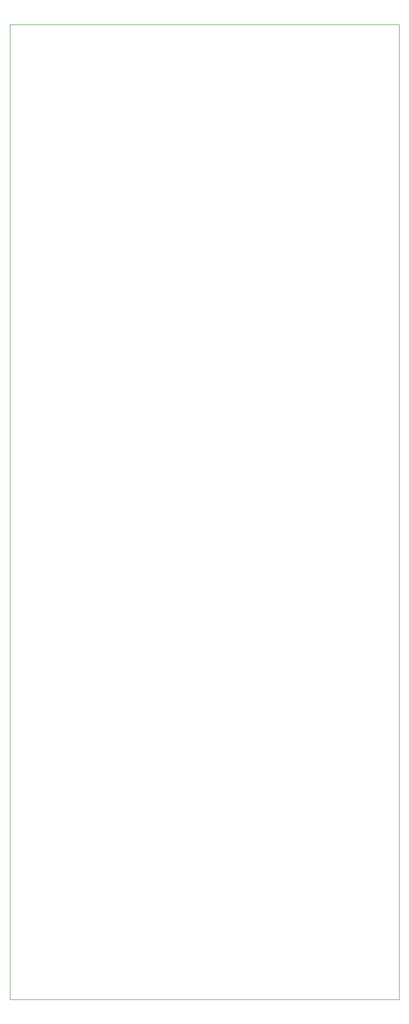
<source format=gbr>
%TF.GenerationSoftware,KiCad,Pcbnew,7.0.1*%
%TF.CreationDate,2023-03-13T20:42:01+00:00*%
%TF.ProjectId,KOSMO-POLY6-JACKS,4b4f534d-4f2d-4504-9f4c-59362d4a4143,v0.1.1*%
%TF.SameCoordinates,Original*%
%TF.FileFunction,Profile,NP*%
%FSLAX46Y46*%
G04 Gerber Fmt 4.6, Leading zero omitted, Abs format (unit mm)*
G04 Created by KiCad (PCBNEW 7.0.1) date 2023-03-13 20:42:01*
%MOMM*%
%LPD*%
G01*
G04 APERTURE LIST*
%TA.AperFunction,Profile*%
%ADD10C,0.050000*%
%TD*%
G04 APERTURE END LIST*
D10*
X123657000Y-190835000D02*
X53660000Y-190835000D01*
X123657000Y-190835000D02*
X123657000Y-15835000D01*
X123657000Y-15835000D02*
X53657000Y-15835000D01*
X53657000Y-15835000D02*
X53660000Y-190835000D01*
M02*

</source>
